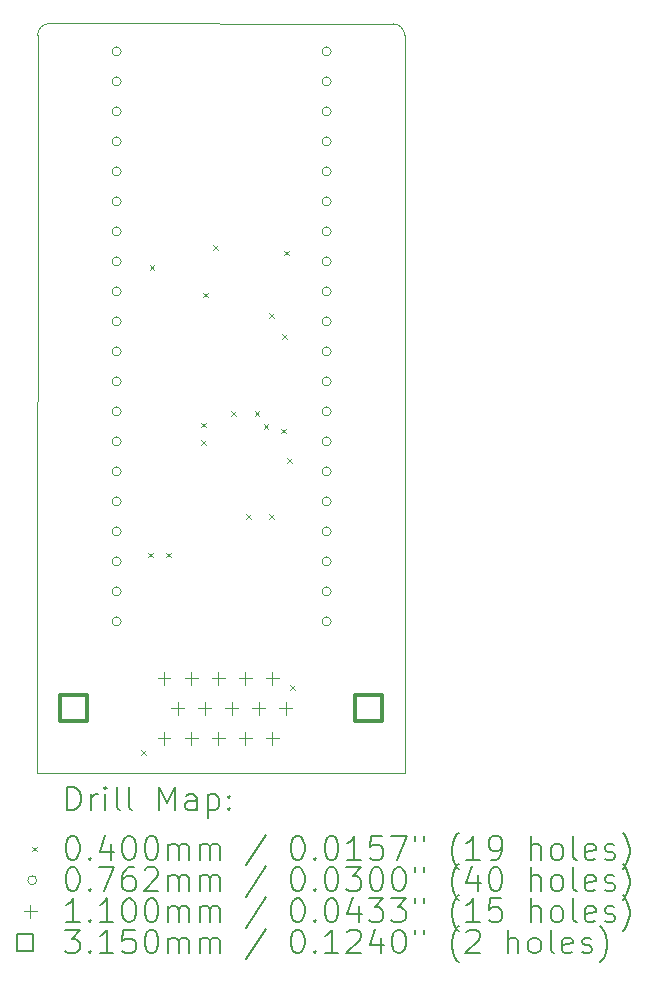
<source format=gbr>
%FSLAX45Y45*%
G04 Gerber Fmt 4.5, Leading zero omitted, Abs format (unit mm)*
G04 Created by KiCad (PCBNEW (5.99.0-8075-g8416c1fc37)) date 2021-06-30 13:11:51*
%MOMM*%
%LPD*%
G01*
G04 APERTURE LIST*
%TA.AperFunction,Profile*%
%ADD10C,0.100000*%
%TD*%
%ADD11C,0.200000*%
%ADD12C,0.040000*%
%ADD13C,0.076200*%
%ADD14C,0.110000*%
%ADD15C,0.315000*%
G04 APERTURE END LIST*
D10*
X18350000Y-6052319D02*
G75*
G02*
X18450000Y-6150000I-21J-100049D01*
G01*
X15340000Y-12395000D02*
X15342340Y-6150000D01*
X15442340Y-6050000D02*
X18350000Y-6052319D01*
X18450000Y-12395000D02*
X18450000Y-6150000D01*
X15342340Y-6150000D02*
G75*
G02*
X15442340Y-6050000I99956J44D01*
G01*
X15340000Y-12395000D02*
X18450000Y-12395000D01*
D11*
D12*
X16220000Y-12200000D02*
X16260000Y-12240000D01*
X16260000Y-12200000D02*
X16220000Y-12240000D01*
X16280000Y-10530000D02*
X16320000Y-10570000D01*
X16320000Y-10530000D02*
X16280000Y-10570000D01*
X16291946Y-8097852D02*
X16331946Y-8137852D01*
X16331946Y-8097852D02*
X16291946Y-8137852D01*
X16430000Y-10530000D02*
X16470000Y-10570000D01*
X16470000Y-10530000D02*
X16430000Y-10570000D01*
X16730000Y-9430000D02*
X16770000Y-9470000D01*
X16770000Y-9430000D02*
X16730000Y-9470000D01*
X16730000Y-9580000D02*
X16770000Y-9620000D01*
X16770000Y-9580000D02*
X16730000Y-9620000D01*
X16741000Y-8330000D02*
X16781000Y-8370000D01*
X16781000Y-8330000D02*
X16741000Y-8370000D01*
X16830000Y-7925000D02*
X16870000Y-7965000D01*
X16870000Y-7925000D02*
X16830000Y-7965000D01*
X16980000Y-9330000D02*
X17020000Y-9370000D01*
X17020000Y-9330000D02*
X16980000Y-9370000D01*
X17105000Y-10205000D02*
X17145000Y-10245000D01*
X17145000Y-10205000D02*
X17105000Y-10245000D01*
X17180000Y-9330000D02*
X17220000Y-9370000D01*
X17220000Y-9330000D02*
X17180000Y-9370000D01*
X17255000Y-9445000D02*
X17295000Y-9485000D01*
X17295000Y-9445000D02*
X17255000Y-9485000D01*
X17299712Y-8501115D02*
X17339712Y-8541115D01*
X17339712Y-8501115D02*
X17299712Y-8541115D01*
X17305000Y-10205000D02*
X17345000Y-10245000D01*
X17345000Y-10205000D02*
X17305000Y-10245000D01*
X17405000Y-9480000D02*
X17445000Y-9520000D01*
X17445000Y-9480000D02*
X17405000Y-9520000D01*
X17412498Y-8680000D02*
X17452498Y-8720000D01*
X17452498Y-8680000D02*
X17412498Y-8720000D01*
X17430000Y-7972500D02*
X17470000Y-8012500D01*
X17470000Y-7972500D02*
X17430000Y-8012500D01*
X17455000Y-9730000D02*
X17495000Y-9770000D01*
X17495000Y-9730000D02*
X17455000Y-9770000D01*
X17480000Y-11650000D02*
X17520000Y-11690000D01*
X17520000Y-11650000D02*
X17480000Y-11690000D01*
D13*
X16049100Y-6287000D02*
G75*
G03*
X16049100Y-6287000I-38100J0D01*
G01*
X16049100Y-6541000D02*
G75*
G03*
X16049100Y-6541000I-38100J0D01*
G01*
X16049100Y-6795000D02*
G75*
G03*
X16049100Y-6795000I-38100J0D01*
G01*
X16049100Y-7049000D02*
G75*
G03*
X16049100Y-7049000I-38100J0D01*
G01*
X16049100Y-7303000D02*
G75*
G03*
X16049100Y-7303000I-38100J0D01*
G01*
X16049100Y-7557000D02*
G75*
G03*
X16049100Y-7557000I-38100J0D01*
G01*
X16049100Y-7811000D02*
G75*
G03*
X16049100Y-7811000I-38100J0D01*
G01*
X16049100Y-8065000D02*
G75*
G03*
X16049100Y-8065000I-38100J0D01*
G01*
X16049100Y-8319000D02*
G75*
G03*
X16049100Y-8319000I-38100J0D01*
G01*
X16049100Y-8573000D02*
G75*
G03*
X16049100Y-8573000I-38100J0D01*
G01*
X16049100Y-8827000D02*
G75*
G03*
X16049100Y-8827000I-38100J0D01*
G01*
X16049100Y-9081000D02*
G75*
G03*
X16049100Y-9081000I-38100J0D01*
G01*
X16049100Y-9335000D02*
G75*
G03*
X16049100Y-9335000I-38100J0D01*
G01*
X16049100Y-9589000D02*
G75*
G03*
X16049100Y-9589000I-38100J0D01*
G01*
X16049100Y-9843000D02*
G75*
G03*
X16049100Y-9843000I-38100J0D01*
G01*
X16049100Y-10097000D02*
G75*
G03*
X16049100Y-10097000I-38100J0D01*
G01*
X16049100Y-10351000D02*
G75*
G03*
X16049100Y-10351000I-38100J0D01*
G01*
X16049100Y-10605000D02*
G75*
G03*
X16049100Y-10605000I-38100J0D01*
G01*
X16049100Y-10859000D02*
G75*
G03*
X16049100Y-10859000I-38100J0D01*
G01*
X16049100Y-11113000D02*
G75*
G03*
X16049100Y-11113000I-38100J0D01*
G01*
X17827100Y-6287000D02*
G75*
G03*
X17827100Y-6287000I-38100J0D01*
G01*
X17827100Y-6541000D02*
G75*
G03*
X17827100Y-6541000I-38100J0D01*
G01*
X17827100Y-6795000D02*
G75*
G03*
X17827100Y-6795000I-38100J0D01*
G01*
X17827100Y-7049000D02*
G75*
G03*
X17827100Y-7049000I-38100J0D01*
G01*
X17827100Y-7303000D02*
G75*
G03*
X17827100Y-7303000I-38100J0D01*
G01*
X17827100Y-7557000D02*
G75*
G03*
X17827100Y-7557000I-38100J0D01*
G01*
X17827100Y-7811000D02*
G75*
G03*
X17827100Y-7811000I-38100J0D01*
G01*
X17827100Y-8065000D02*
G75*
G03*
X17827100Y-8065000I-38100J0D01*
G01*
X17827100Y-8319000D02*
G75*
G03*
X17827100Y-8319000I-38100J0D01*
G01*
X17827100Y-8573000D02*
G75*
G03*
X17827100Y-8573000I-38100J0D01*
G01*
X17827100Y-8827000D02*
G75*
G03*
X17827100Y-8827000I-38100J0D01*
G01*
X17827100Y-9081000D02*
G75*
G03*
X17827100Y-9081000I-38100J0D01*
G01*
X17827100Y-9335000D02*
G75*
G03*
X17827100Y-9335000I-38100J0D01*
G01*
X17827100Y-9589000D02*
G75*
G03*
X17827100Y-9589000I-38100J0D01*
G01*
X17827100Y-9843000D02*
G75*
G03*
X17827100Y-9843000I-38100J0D01*
G01*
X17827100Y-10097000D02*
G75*
G03*
X17827100Y-10097000I-38100J0D01*
G01*
X17827100Y-10351000D02*
G75*
G03*
X17827100Y-10351000I-38100J0D01*
G01*
X17827100Y-10605000D02*
G75*
G03*
X17827100Y-10605000I-38100J0D01*
G01*
X17827100Y-10859000D02*
G75*
G03*
X17827100Y-10859000I-38100J0D01*
G01*
X17827100Y-11113000D02*
G75*
G03*
X17827100Y-11113000I-38100J0D01*
G01*
D14*
X16412500Y-11538000D02*
X16412500Y-11648000D01*
X16357500Y-11593000D02*
X16467500Y-11593000D01*
X16412500Y-12046000D02*
X16412500Y-12156000D01*
X16357500Y-12101000D02*
X16467500Y-12101000D01*
X16527000Y-11792000D02*
X16527000Y-11902000D01*
X16472000Y-11847000D02*
X16582000Y-11847000D01*
X16641500Y-11538000D02*
X16641500Y-11648000D01*
X16586500Y-11593000D02*
X16696500Y-11593000D01*
X16641500Y-12046000D02*
X16641500Y-12156000D01*
X16586500Y-12101000D02*
X16696500Y-12101000D01*
X16756100Y-11792000D02*
X16756100Y-11902000D01*
X16701100Y-11847000D02*
X16811100Y-11847000D01*
X16870500Y-11538000D02*
X16870500Y-11648000D01*
X16815500Y-11593000D02*
X16925500Y-11593000D01*
X16870500Y-12046000D02*
X16870500Y-12156000D01*
X16815500Y-12101000D02*
X16925500Y-12101000D01*
X16985000Y-11792000D02*
X16985000Y-11902000D01*
X16930000Y-11847000D02*
X17040000Y-11847000D01*
X17099500Y-11538000D02*
X17099500Y-11648000D01*
X17044500Y-11593000D02*
X17154500Y-11593000D01*
X17099500Y-12046000D02*
X17099500Y-12156000D01*
X17044500Y-12101000D02*
X17154500Y-12101000D01*
X17214000Y-11792000D02*
X17214000Y-11902000D01*
X17159000Y-11847000D02*
X17269000Y-11847000D01*
X17328500Y-11538000D02*
X17328500Y-11648000D01*
X17273500Y-11593000D02*
X17383500Y-11593000D01*
X17328500Y-12046000D02*
X17328500Y-12156000D01*
X17273500Y-12101000D02*
X17383500Y-12101000D01*
X17443100Y-11792000D02*
X17443100Y-11902000D01*
X17388100Y-11847000D02*
X17498100Y-11847000D01*
D15*
X15757370Y-11958370D02*
X15757370Y-11735630D01*
X15534630Y-11735630D01*
X15534630Y-11958370D01*
X15757370Y-11958370D01*
X18256370Y-11958370D02*
X18256370Y-11735630D01*
X18033630Y-11735630D01*
X18033630Y-11958370D01*
X18256370Y-11958370D01*
D11*
X15592619Y-12710476D02*
X15592619Y-12510476D01*
X15640238Y-12510476D01*
X15668809Y-12520000D01*
X15687857Y-12539048D01*
X15697381Y-12558095D01*
X15706905Y-12596190D01*
X15706905Y-12624762D01*
X15697381Y-12662857D01*
X15687857Y-12681905D01*
X15668809Y-12700952D01*
X15640238Y-12710476D01*
X15592619Y-12710476D01*
X15792619Y-12710476D02*
X15792619Y-12577143D01*
X15792619Y-12615238D02*
X15802143Y-12596190D01*
X15811667Y-12586667D01*
X15830714Y-12577143D01*
X15849762Y-12577143D01*
X15916428Y-12710476D02*
X15916428Y-12577143D01*
X15916428Y-12510476D02*
X15906905Y-12520000D01*
X15916428Y-12529524D01*
X15925952Y-12520000D01*
X15916428Y-12510476D01*
X15916428Y-12529524D01*
X16040238Y-12710476D02*
X16021190Y-12700952D01*
X16011667Y-12681905D01*
X16011667Y-12510476D01*
X16145000Y-12710476D02*
X16125952Y-12700952D01*
X16116428Y-12681905D01*
X16116428Y-12510476D01*
X16373571Y-12710476D02*
X16373571Y-12510476D01*
X16440238Y-12653333D01*
X16506905Y-12510476D01*
X16506905Y-12710476D01*
X16687857Y-12710476D02*
X16687857Y-12605714D01*
X16678333Y-12586667D01*
X16659286Y-12577143D01*
X16621190Y-12577143D01*
X16602143Y-12586667D01*
X16687857Y-12700952D02*
X16668809Y-12710476D01*
X16621190Y-12710476D01*
X16602143Y-12700952D01*
X16592619Y-12681905D01*
X16592619Y-12662857D01*
X16602143Y-12643809D01*
X16621190Y-12634286D01*
X16668809Y-12634286D01*
X16687857Y-12624762D01*
X16783095Y-12577143D02*
X16783095Y-12777143D01*
X16783095Y-12586667D02*
X16802143Y-12577143D01*
X16840238Y-12577143D01*
X16859286Y-12586667D01*
X16868810Y-12596190D01*
X16878333Y-12615238D01*
X16878333Y-12672381D01*
X16868810Y-12691428D01*
X16859286Y-12700952D01*
X16840238Y-12710476D01*
X16802143Y-12710476D01*
X16783095Y-12700952D01*
X16964048Y-12691428D02*
X16973571Y-12700952D01*
X16964048Y-12710476D01*
X16954524Y-12700952D01*
X16964048Y-12691428D01*
X16964048Y-12710476D01*
X16964048Y-12586667D02*
X16973571Y-12596190D01*
X16964048Y-12605714D01*
X16954524Y-12596190D01*
X16964048Y-12586667D01*
X16964048Y-12605714D01*
D12*
X15295000Y-13020000D02*
X15335000Y-13060000D01*
X15335000Y-13020000D02*
X15295000Y-13060000D01*
D11*
X15630714Y-12930476D02*
X15649762Y-12930476D01*
X15668809Y-12940000D01*
X15678333Y-12949524D01*
X15687857Y-12968571D01*
X15697381Y-13006667D01*
X15697381Y-13054286D01*
X15687857Y-13092381D01*
X15678333Y-13111428D01*
X15668809Y-13120952D01*
X15649762Y-13130476D01*
X15630714Y-13130476D01*
X15611667Y-13120952D01*
X15602143Y-13111428D01*
X15592619Y-13092381D01*
X15583095Y-13054286D01*
X15583095Y-13006667D01*
X15592619Y-12968571D01*
X15602143Y-12949524D01*
X15611667Y-12940000D01*
X15630714Y-12930476D01*
X15783095Y-13111428D02*
X15792619Y-13120952D01*
X15783095Y-13130476D01*
X15773571Y-13120952D01*
X15783095Y-13111428D01*
X15783095Y-13130476D01*
X15964048Y-12997143D02*
X15964048Y-13130476D01*
X15916428Y-12920952D02*
X15868809Y-13063809D01*
X15992619Y-13063809D01*
X16106905Y-12930476D02*
X16125952Y-12930476D01*
X16145000Y-12940000D01*
X16154524Y-12949524D01*
X16164048Y-12968571D01*
X16173571Y-13006667D01*
X16173571Y-13054286D01*
X16164048Y-13092381D01*
X16154524Y-13111428D01*
X16145000Y-13120952D01*
X16125952Y-13130476D01*
X16106905Y-13130476D01*
X16087857Y-13120952D01*
X16078333Y-13111428D01*
X16068809Y-13092381D01*
X16059286Y-13054286D01*
X16059286Y-13006667D01*
X16068809Y-12968571D01*
X16078333Y-12949524D01*
X16087857Y-12940000D01*
X16106905Y-12930476D01*
X16297381Y-12930476D02*
X16316428Y-12930476D01*
X16335476Y-12940000D01*
X16345000Y-12949524D01*
X16354524Y-12968571D01*
X16364048Y-13006667D01*
X16364048Y-13054286D01*
X16354524Y-13092381D01*
X16345000Y-13111428D01*
X16335476Y-13120952D01*
X16316428Y-13130476D01*
X16297381Y-13130476D01*
X16278333Y-13120952D01*
X16268809Y-13111428D01*
X16259286Y-13092381D01*
X16249762Y-13054286D01*
X16249762Y-13006667D01*
X16259286Y-12968571D01*
X16268809Y-12949524D01*
X16278333Y-12940000D01*
X16297381Y-12930476D01*
X16449762Y-13130476D02*
X16449762Y-12997143D01*
X16449762Y-13016190D02*
X16459286Y-13006667D01*
X16478333Y-12997143D01*
X16506905Y-12997143D01*
X16525952Y-13006667D01*
X16535476Y-13025714D01*
X16535476Y-13130476D01*
X16535476Y-13025714D02*
X16545000Y-13006667D01*
X16564048Y-12997143D01*
X16592619Y-12997143D01*
X16611667Y-13006667D01*
X16621190Y-13025714D01*
X16621190Y-13130476D01*
X16716428Y-13130476D02*
X16716428Y-12997143D01*
X16716428Y-13016190D02*
X16725952Y-13006667D01*
X16745000Y-12997143D01*
X16773571Y-12997143D01*
X16792619Y-13006667D01*
X16802143Y-13025714D01*
X16802143Y-13130476D01*
X16802143Y-13025714D02*
X16811667Y-13006667D01*
X16830714Y-12997143D01*
X16859286Y-12997143D01*
X16878333Y-13006667D01*
X16887857Y-13025714D01*
X16887857Y-13130476D01*
X17278333Y-12920952D02*
X17106905Y-13178095D01*
X17535476Y-12930476D02*
X17554524Y-12930476D01*
X17573571Y-12940000D01*
X17583095Y-12949524D01*
X17592619Y-12968571D01*
X17602143Y-13006667D01*
X17602143Y-13054286D01*
X17592619Y-13092381D01*
X17583095Y-13111428D01*
X17573571Y-13120952D01*
X17554524Y-13130476D01*
X17535476Y-13130476D01*
X17516429Y-13120952D01*
X17506905Y-13111428D01*
X17497381Y-13092381D01*
X17487857Y-13054286D01*
X17487857Y-13006667D01*
X17497381Y-12968571D01*
X17506905Y-12949524D01*
X17516429Y-12940000D01*
X17535476Y-12930476D01*
X17687857Y-13111428D02*
X17697381Y-13120952D01*
X17687857Y-13130476D01*
X17678333Y-13120952D01*
X17687857Y-13111428D01*
X17687857Y-13130476D01*
X17821190Y-12930476D02*
X17840238Y-12930476D01*
X17859286Y-12940000D01*
X17868810Y-12949524D01*
X17878333Y-12968571D01*
X17887857Y-13006667D01*
X17887857Y-13054286D01*
X17878333Y-13092381D01*
X17868810Y-13111428D01*
X17859286Y-13120952D01*
X17840238Y-13130476D01*
X17821190Y-13130476D01*
X17802143Y-13120952D01*
X17792619Y-13111428D01*
X17783095Y-13092381D01*
X17773571Y-13054286D01*
X17773571Y-13006667D01*
X17783095Y-12968571D01*
X17792619Y-12949524D01*
X17802143Y-12940000D01*
X17821190Y-12930476D01*
X18078333Y-13130476D02*
X17964048Y-13130476D01*
X18021190Y-13130476D02*
X18021190Y-12930476D01*
X18002143Y-12959048D01*
X17983095Y-12978095D01*
X17964048Y-12987619D01*
X18259286Y-12930476D02*
X18164048Y-12930476D01*
X18154524Y-13025714D01*
X18164048Y-13016190D01*
X18183095Y-13006667D01*
X18230714Y-13006667D01*
X18249762Y-13016190D01*
X18259286Y-13025714D01*
X18268810Y-13044762D01*
X18268810Y-13092381D01*
X18259286Y-13111428D01*
X18249762Y-13120952D01*
X18230714Y-13130476D01*
X18183095Y-13130476D01*
X18164048Y-13120952D01*
X18154524Y-13111428D01*
X18335476Y-12930476D02*
X18468810Y-12930476D01*
X18383095Y-13130476D01*
X18535476Y-12930476D02*
X18535476Y-12968571D01*
X18611667Y-12930476D02*
X18611667Y-12968571D01*
X18906905Y-13206667D02*
X18897381Y-13197143D01*
X18878333Y-13168571D01*
X18868810Y-13149524D01*
X18859286Y-13120952D01*
X18849762Y-13073333D01*
X18849762Y-13035238D01*
X18859286Y-12987619D01*
X18868810Y-12959048D01*
X18878333Y-12940000D01*
X18897381Y-12911428D01*
X18906905Y-12901905D01*
X19087857Y-13130476D02*
X18973571Y-13130476D01*
X19030714Y-13130476D02*
X19030714Y-12930476D01*
X19011667Y-12959048D01*
X18992619Y-12978095D01*
X18973571Y-12987619D01*
X19183095Y-13130476D02*
X19221190Y-13130476D01*
X19240238Y-13120952D01*
X19249762Y-13111428D01*
X19268810Y-13082857D01*
X19278333Y-13044762D01*
X19278333Y-12968571D01*
X19268810Y-12949524D01*
X19259286Y-12940000D01*
X19240238Y-12930476D01*
X19202143Y-12930476D01*
X19183095Y-12940000D01*
X19173571Y-12949524D01*
X19164048Y-12968571D01*
X19164048Y-13016190D01*
X19173571Y-13035238D01*
X19183095Y-13044762D01*
X19202143Y-13054286D01*
X19240238Y-13054286D01*
X19259286Y-13044762D01*
X19268810Y-13035238D01*
X19278333Y-13016190D01*
X19516429Y-13130476D02*
X19516429Y-12930476D01*
X19602143Y-13130476D02*
X19602143Y-13025714D01*
X19592619Y-13006667D01*
X19573571Y-12997143D01*
X19545000Y-12997143D01*
X19525952Y-13006667D01*
X19516429Y-13016190D01*
X19725952Y-13130476D02*
X19706905Y-13120952D01*
X19697381Y-13111428D01*
X19687857Y-13092381D01*
X19687857Y-13035238D01*
X19697381Y-13016190D01*
X19706905Y-13006667D01*
X19725952Y-12997143D01*
X19754524Y-12997143D01*
X19773571Y-13006667D01*
X19783095Y-13016190D01*
X19792619Y-13035238D01*
X19792619Y-13092381D01*
X19783095Y-13111428D01*
X19773571Y-13120952D01*
X19754524Y-13130476D01*
X19725952Y-13130476D01*
X19906905Y-13130476D02*
X19887857Y-13120952D01*
X19878333Y-13101905D01*
X19878333Y-12930476D01*
X20059286Y-13120952D02*
X20040238Y-13130476D01*
X20002143Y-13130476D01*
X19983095Y-13120952D01*
X19973571Y-13101905D01*
X19973571Y-13025714D01*
X19983095Y-13006667D01*
X20002143Y-12997143D01*
X20040238Y-12997143D01*
X20059286Y-13006667D01*
X20068810Y-13025714D01*
X20068810Y-13044762D01*
X19973571Y-13063809D01*
X20145000Y-13120952D02*
X20164048Y-13130476D01*
X20202143Y-13130476D01*
X20221190Y-13120952D01*
X20230714Y-13101905D01*
X20230714Y-13092381D01*
X20221190Y-13073333D01*
X20202143Y-13063809D01*
X20173571Y-13063809D01*
X20154524Y-13054286D01*
X20145000Y-13035238D01*
X20145000Y-13025714D01*
X20154524Y-13006667D01*
X20173571Y-12997143D01*
X20202143Y-12997143D01*
X20221190Y-13006667D01*
X20297381Y-13206667D02*
X20306905Y-13197143D01*
X20325952Y-13168571D01*
X20335476Y-13149524D01*
X20345000Y-13120952D01*
X20354524Y-13073333D01*
X20354524Y-13035238D01*
X20345000Y-12987619D01*
X20335476Y-12959048D01*
X20325952Y-12940000D01*
X20306905Y-12911428D01*
X20297381Y-12901905D01*
D13*
X15335000Y-13304000D02*
G75*
G03*
X15335000Y-13304000I-38100J0D01*
G01*
D11*
X15630714Y-13194476D02*
X15649762Y-13194476D01*
X15668809Y-13204000D01*
X15678333Y-13213524D01*
X15687857Y-13232571D01*
X15697381Y-13270667D01*
X15697381Y-13318286D01*
X15687857Y-13356381D01*
X15678333Y-13375428D01*
X15668809Y-13384952D01*
X15649762Y-13394476D01*
X15630714Y-13394476D01*
X15611667Y-13384952D01*
X15602143Y-13375428D01*
X15592619Y-13356381D01*
X15583095Y-13318286D01*
X15583095Y-13270667D01*
X15592619Y-13232571D01*
X15602143Y-13213524D01*
X15611667Y-13204000D01*
X15630714Y-13194476D01*
X15783095Y-13375428D02*
X15792619Y-13384952D01*
X15783095Y-13394476D01*
X15773571Y-13384952D01*
X15783095Y-13375428D01*
X15783095Y-13394476D01*
X15859286Y-13194476D02*
X15992619Y-13194476D01*
X15906905Y-13394476D01*
X16154524Y-13194476D02*
X16116428Y-13194476D01*
X16097381Y-13204000D01*
X16087857Y-13213524D01*
X16068809Y-13242095D01*
X16059286Y-13280190D01*
X16059286Y-13356381D01*
X16068809Y-13375428D01*
X16078333Y-13384952D01*
X16097381Y-13394476D01*
X16135476Y-13394476D01*
X16154524Y-13384952D01*
X16164048Y-13375428D01*
X16173571Y-13356381D01*
X16173571Y-13308762D01*
X16164048Y-13289714D01*
X16154524Y-13280190D01*
X16135476Y-13270667D01*
X16097381Y-13270667D01*
X16078333Y-13280190D01*
X16068809Y-13289714D01*
X16059286Y-13308762D01*
X16249762Y-13213524D02*
X16259286Y-13204000D01*
X16278333Y-13194476D01*
X16325952Y-13194476D01*
X16345000Y-13204000D01*
X16354524Y-13213524D01*
X16364048Y-13232571D01*
X16364048Y-13251619D01*
X16354524Y-13280190D01*
X16240238Y-13394476D01*
X16364048Y-13394476D01*
X16449762Y-13394476D02*
X16449762Y-13261143D01*
X16449762Y-13280190D02*
X16459286Y-13270667D01*
X16478333Y-13261143D01*
X16506905Y-13261143D01*
X16525952Y-13270667D01*
X16535476Y-13289714D01*
X16535476Y-13394476D01*
X16535476Y-13289714D02*
X16545000Y-13270667D01*
X16564048Y-13261143D01*
X16592619Y-13261143D01*
X16611667Y-13270667D01*
X16621190Y-13289714D01*
X16621190Y-13394476D01*
X16716428Y-13394476D02*
X16716428Y-13261143D01*
X16716428Y-13280190D02*
X16725952Y-13270667D01*
X16745000Y-13261143D01*
X16773571Y-13261143D01*
X16792619Y-13270667D01*
X16802143Y-13289714D01*
X16802143Y-13394476D01*
X16802143Y-13289714D02*
X16811667Y-13270667D01*
X16830714Y-13261143D01*
X16859286Y-13261143D01*
X16878333Y-13270667D01*
X16887857Y-13289714D01*
X16887857Y-13394476D01*
X17278333Y-13184952D02*
X17106905Y-13442095D01*
X17535476Y-13194476D02*
X17554524Y-13194476D01*
X17573571Y-13204000D01*
X17583095Y-13213524D01*
X17592619Y-13232571D01*
X17602143Y-13270667D01*
X17602143Y-13318286D01*
X17592619Y-13356381D01*
X17583095Y-13375428D01*
X17573571Y-13384952D01*
X17554524Y-13394476D01*
X17535476Y-13394476D01*
X17516429Y-13384952D01*
X17506905Y-13375428D01*
X17497381Y-13356381D01*
X17487857Y-13318286D01*
X17487857Y-13270667D01*
X17497381Y-13232571D01*
X17506905Y-13213524D01*
X17516429Y-13204000D01*
X17535476Y-13194476D01*
X17687857Y-13375428D02*
X17697381Y-13384952D01*
X17687857Y-13394476D01*
X17678333Y-13384952D01*
X17687857Y-13375428D01*
X17687857Y-13394476D01*
X17821190Y-13194476D02*
X17840238Y-13194476D01*
X17859286Y-13204000D01*
X17868810Y-13213524D01*
X17878333Y-13232571D01*
X17887857Y-13270667D01*
X17887857Y-13318286D01*
X17878333Y-13356381D01*
X17868810Y-13375428D01*
X17859286Y-13384952D01*
X17840238Y-13394476D01*
X17821190Y-13394476D01*
X17802143Y-13384952D01*
X17792619Y-13375428D01*
X17783095Y-13356381D01*
X17773571Y-13318286D01*
X17773571Y-13270667D01*
X17783095Y-13232571D01*
X17792619Y-13213524D01*
X17802143Y-13204000D01*
X17821190Y-13194476D01*
X17954524Y-13194476D02*
X18078333Y-13194476D01*
X18011667Y-13270667D01*
X18040238Y-13270667D01*
X18059286Y-13280190D01*
X18068810Y-13289714D01*
X18078333Y-13308762D01*
X18078333Y-13356381D01*
X18068810Y-13375428D01*
X18059286Y-13384952D01*
X18040238Y-13394476D01*
X17983095Y-13394476D01*
X17964048Y-13384952D01*
X17954524Y-13375428D01*
X18202143Y-13194476D02*
X18221190Y-13194476D01*
X18240238Y-13204000D01*
X18249762Y-13213524D01*
X18259286Y-13232571D01*
X18268810Y-13270667D01*
X18268810Y-13318286D01*
X18259286Y-13356381D01*
X18249762Y-13375428D01*
X18240238Y-13384952D01*
X18221190Y-13394476D01*
X18202143Y-13394476D01*
X18183095Y-13384952D01*
X18173571Y-13375428D01*
X18164048Y-13356381D01*
X18154524Y-13318286D01*
X18154524Y-13270667D01*
X18164048Y-13232571D01*
X18173571Y-13213524D01*
X18183095Y-13204000D01*
X18202143Y-13194476D01*
X18392619Y-13194476D02*
X18411667Y-13194476D01*
X18430714Y-13204000D01*
X18440238Y-13213524D01*
X18449762Y-13232571D01*
X18459286Y-13270667D01*
X18459286Y-13318286D01*
X18449762Y-13356381D01*
X18440238Y-13375428D01*
X18430714Y-13384952D01*
X18411667Y-13394476D01*
X18392619Y-13394476D01*
X18373571Y-13384952D01*
X18364048Y-13375428D01*
X18354524Y-13356381D01*
X18345000Y-13318286D01*
X18345000Y-13270667D01*
X18354524Y-13232571D01*
X18364048Y-13213524D01*
X18373571Y-13204000D01*
X18392619Y-13194476D01*
X18535476Y-13194476D02*
X18535476Y-13232571D01*
X18611667Y-13194476D02*
X18611667Y-13232571D01*
X18906905Y-13470667D02*
X18897381Y-13461143D01*
X18878333Y-13432571D01*
X18868810Y-13413524D01*
X18859286Y-13384952D01*
X18849762Y-13337333D01*
X18849762Y-13299238D01*
X18859286Y-13251619D01*
X18868810Y-13223048D01*
X18878333Y-13204000D01*
X18897381Y-13175428D01*
X18906905Y-13165905D01*
X19068810Y-13261143D02*
X19068810Y-13394476D01*
X19021190Y-13184952D02*
X18973571Y-13327809D01*
X19097381Y-13327809D01*
X19211667Y-13194476D02*
X19230714Y-13194476D01*
X19249762Y-13204000D01*
X19259286Y-13213524D01*
X19268810Y-13232571D01*
X19278333Y-13270667D01*
X19278333Y-13318286D01*
X19268810Y-13356381D01*
X19259286Y-13375428D01*
X19249762Y-13384952D01*
X19230714Y-13394476D01*
X19211667Y-13394476D01*
X19192619Y-13384952D01*
X19183095Y-13375428D01*
X19173571Y-13356381D01*
X19164048Y-13318286D01*
X19164048Y-13270667D01*
X19173571Y-13232571D01*
X19183095Y-13213524D01*
X19192619Y-13204000D01*
X19211667Y-13194476D01*
X19516429Y-13394476D02*
X19516429Y-13194476D01*
X19602143Y-13394476D02*
X19602143Y-13289714D01*
X19592619Y-13270667D01*
X19573571Y-13261143D01*
X19545000Y-13261143D01*
X19525952Y-13270667D01*
X19516429Y-13280190D01*
X19725952Y-13394476D02*
X19706905Y-13384952D01*
X19697381Y-13375428D01*
X19687857Y-13356381D01*
X19687857Y-13299238D01*
X19697381Y-13280190D01*
X19706905Y-13270667D01*
X19725952Y-13261143D01*
X19754524Y-13261143D01*
X19773571Y-13270667D01*
X19783095Y-13280190D01*
X19792619Y-13299238D01*
X19792619Y-13356381D01*
X19783095Y-13375428D01*
X19773571Y-13384952D01*
X19754524Y-13394476D01*
X19725952Y-13394476D01*
X19906905Y-13394476D02*
X19887857Y-13384952D01*
X19878333Y-13365905D01*
X19878333Y-13194476D01*
X20059286Y-13384952D02*
X20040238Y-13394476D01*
X20002143Y-13394476D01*
X19983095Y-13384952D01*
X19973571Y-13365905D01*
X19973571Y-13289714D01*
X19983095Y-13270667D01*
X20002143Y-13261143D01*
X20040238Y-13261143D01*
X20059286Y-13270667D01*
X20068810Y-13289714D01*
X20068810Y-13308762D01*
X19973571Y-13327809D01*
X20145000Y-13384952D02*
X20164048Y-13394476D01*
X20202143Y-13394476D01*
X20221190Y-13384952D01*
X20230714Y-13365905D01*
X20230714Y-13356381D01*
X20221190Y-13337333D01*
X20202143Y-13327809D01*
X20173571Y-13327809D01*
X20154524Y-13318286D01*
X20145000Y-13299238D01*
X20145000Y-13289714D01*
X20154524Y-13270667D01*
X20173571Y-13261143D01*
X20202143Y-13261143D01*
X20221190Y-13270667D01*
X20297381Y-13470667D02*
X20306905Y-13461143D01*
X20325952Y-13432571D01*
X20335476Y-13413524D01*
X20345000Y-13384952D01*
X20354524Y-13337333D01*
X20354524Y-13299238D01*
X20345000Y-13251619D01*
X20335476Y-13223048D01*
X20325952Y-13204000D01*
X20306905Y-13175428D01*
X20297381Y-13165905D01*
D14*
X15280000Y-13513000D02*
X15280000Y-13623000D01*
X15225000Y-13568000D02*
X15335000Y-13568000D01*
D11*
X15697381Y-13658476D02*
X15583095Y-13658476D01*
X15640238Y-13658476D02*
X15640238Y-13458476D01*
X15621190Y-13487048D01*
X15602143Y-13506095D01*
X15583095Y-13515619D01*
X15783095Y-13639428D02*
X15792619Y-13648952D01*
X15783095Y-13658476D01*
X15773571Y-13648952D01*
X15783095Y-13639428D01*
X15783095Y-13658476D01*
X15983095Y-13658476D02*
X15868809Y-13658476D01*
X15925952Y-13658476D02*
X15925952Y-13458476D01*
X15906905Y-13487048D01*
X15887857Y-13506095D01*
X15868809Y-13515619D01*
X16106905Y-13458476D02*
X16125952Y-13458476D01*
X16145000Y-13468000D01*
X16154524Y-13477524D01*
X16164048Y-13496571D01*
X16173571Y-13534667D01*
X16173571Y-13582286D01*
X16164048Y-13620381D01*
X16154524Y-13639428D01*
X16145000Y-13648952D01*
X16125952Y-13658476D01*
X16106905Y-13658476D01*
X16087857Y-13648952D01*
X16078333Y-13639428D01*
X16068809Y-13620381D01*
X16059286Y-13582286D01*
X16059286Y-13534667D01*
X16068809Y-13496571D01*
X16078333Y-13477524D01*
X16087857Y-13468000D01*
X16106905Y-13458476D01*
X16297381Y-13458476D02*
X16316428Y-13458476D01*
X16335476Y-13468000D01*
X16345000Y-13477524D01*
X16354524Y-13496571D01*
X16364048Y-13534667D01*
X16364048Y-13582286D01*
X16354524Y-13620381D01*
X16345000Y-13639428D01*
X16335476Y-13648952D01*
X16316428Y-13658476D01*
X16297381Y-13658476D01*
X16278333Y-13648952D01*
X16268809Y-13639428D01*
X16259286Y-13620381D01*
X16249762Y-13582286D01*
X16249762Y-13534667D01*
X16259286Y-13496571D01*
X16268809Y-13477524D01*
X16278333Y-13468000D01*
X16297381Y-13458476D01*
X16449762Y-13658476D02*
X16449762Y-13525143D01*
X16449762Y-13544190D02*
X16459286Y-13534667D01*
X16478333Y-13525143D01*
X16506905Y-13525143D01*
X16525952Y-13534667D01*
X16535476Y-13553714D01*
X16535476Y-13658476D01*
X16535476Y-13553714D02*
X16545000Y-13534667D01*
X16564048Y-13525143D01*
X16592619Y-13525143D01*
X16611667Y-13534667D01*
X16621190Y-13553714D01*
X16621190Y-13658476D01*
X16716428Y-13658476D02*
X16716428Y-13525143D01*
X16716428Y-13544190D02*
X16725952Y-13534667D01*
X16745000Y-13525143D01*
X16773571Y-13525143D01*
X16792619Y-13534667D01*
X16802143Y-13553714D01*
X16802143Y-13658476D01*
X16802143Y-13553714D02*
X16811667Y-13534667D01*
X16830714Y-13525143D01*
X16859286Y-13525143D01*
X16878333Y-13534667D01*
X16887857Y-13553714D01*
X16887857Y-13658476D01*
X17278333Y-13448952D02*
X17106905Y-13706095D01*
X17535476Y-13458476D02*
X17554524Y-13458476D01*
X17573571Y-13468000D01*
X17583095Y-13477524D01*
X17592619Y-13496571D01*
X17602143Y-13534667D01*
X17602143Y-13582286D01*
X17592619Y-13620381D01*
X17583095Y-13639428D01*
X17573571Y-13648952D01*
X17554524Y-13658476D01*
X17535476Y-13658476D01*
X17516429Y-13648952D01*
X17506905Y-13639428D01*
X17497381Y-13620381D01*
X17487857Y-13582286D01*
X17487857Y-13534667D01*
X17497381Y-13496571D01*
X17506905Y-13477524D01*
X17516429Y-13468000D01*
X17535476Y-13458476D01*
X17687857Y-13639428D02*
X17697381Y-13648952D01*
X17687857Y-13658476D01*
X17678333Y-13648952D01*
X17687857Y-13639428D01*
X17687857Y-13658476D01*
X17821190Y-13458476D02*
X17840238Y-13458476D01*
X17859286Y-13468000D01*
X17868810Y-13477524D01*
X17878333Y-13496571D01*
X17887857Y-13534667D01*
X17887857Y-13582286D01*
X17878333Y-13620381D01*
X17868810Y-13639428D01*
X17859286Y-13648952D01*
X17840238Y-13658476D01*
X17821190Y-13658476D01*
X17802143Y-13648952D01*
X17792619Y-13639428D01*
X17783095Y-13620381D01*
X17773571Y-13582286D01*
X17773571Y-13534667D01*
X17783095Y-13496571D01*
X17792619Y-13477524D01*
X17802143Y-13468000D01*
X17821190Y-13458476D01*
X18059286Y-13525143D02*
X18059286Y-13658476D01*
X18011667Y-13448952D02*
X17964048Y-13591809D01*
X18087857Y-13591809D01*
X18145000Y-13458476D02*
X18268810Y-13458476D01*
X18202143Y-13534667D01*
X18230714Y-13534667D01*
X18249762Y-13544190D01*
X18259286Y-13553714D01*
X18268810Y-13572762D01*
X18268810Y-13620381D01*
X18259286Y-13639428D01*
X18249762Y-13648952D01*
X18230714Y-13658476D01*
X18173571Y-13658476D01*
X18154524Y-13648952D01*
X18145000Y-13639428D01*
X18335476Y-13458476D02*
X18459286Y-13458476D01*
X18392619Y-13534667D01*
X18421190Y-13534667D01*
X18440238Y-13544190D01*
X18449762Y-13553714D01*
X18459286Y-13572762D01*
X18459286Y-13620381D01*
X18449762Y-13639428D01*
X18440238Y-13648952D01*
X18421190Y-13658476D01*
X18364048Y-13658476D01*
X18345000Y-13648952D01*
X18335476Y-13639428D01*
X18535476Y-13458476D02*
X18535476Y-13496571D01*
X18611667Y-13458476D02*
X18611667Y-13496571D01*
X18906905Y-13734667D02*
X18897381Y-13725143D01*
X18878333Y-13696571D01*
X18868810Y-13677524D01*
X18859286Y-13648952D01*
X18849762Y-13601333D01*
X18849762Y-13563238D01*
X18859286Y-13515619D01*
X18868810Y-13487048D01*
X18878333Y-13468000D01*
X18897381Y-13439428D01*
X18906905Y-13429905D01*
X19087857Y-13658476D02*
X18973571Y-13658476D01*
X19030714Y-13658476D02*
X19030714Y-13458476D01*
X19011667Y-13487048D01*
X18992619Y-13506095D01*
X18973571Y-13515619D01*
X19268810Y-13458476D02*
X19173571Y-13458476D01*
X19164048Y-13553714D01*
X19173571Y-13544190D01*
X19192619Y-13534667D01*
X19240238Y-13534667D01*
X19259286Y-13544190D01*
X19268810Y-13553714D01*
X19278333Y-13572762D01*
X19278333Y-13620381D01*
X19268810Y-13639428D01*
X19259286Y-13648952D01*
X19240238Y-13658476D01*
X19192619Y-13658476D01*
X19173571Y-13648952D01*
X19164048Y-13639428D01*
X19516429Y-13658476D02*
X19516429Y-13458476D01*
X19602143Y-13658476D02*
X19602143Y-13553714D01*
X19592619Y-13534667D01*
X19573571Y-13525143D01*
X19545000Y-13525143D01*
X19525952Y-13534667D01*
X19516429Y-13544190D01*
X19725952Y-13658476D02*
X19706905Y-13648952D01*
X19697381Y-13639428D01*
X19687857Y-13620381D01*
X19687857Y-13563238D01*
X19697381Y-13544190D01*
X19706905Y-13534667D01*
X19725952Y-13525143D01*
X19754524Y-13525143D01*
X19773571Y-13534667D01*
X19783095Y-13544190D01*
X19792619Y-13563238D01*
X19792619Y-13620381D01*
X19783095Y-13639428D01*
X19773571Y-13648952D01*
X19754524Y-13658476D01*
X19725952Y-13658476D01*
X19906905Y-13658476D02*
X19887857Y-13648952D01*
X19878333Y-13629905D01*
X19878333Y-13458476D01*
X20059286Y-13648952D02*
X20040238Y-13658476D01*
X20002143Y-13658476D01*
X19983095Y-13648952D01*
X19973571Y-13629905D01*
X19973571Y-13553714D01*
X19983095Y-13534667D01*
X20002143Y-13525143D01*
X20040238Y-13525143D01*
X20059286Y-13534667D01*
X20068810Y-13553714D01*
X20068810Y-13572762D01*
X19973571Y-13591809D01*
X20145000Y-13648952D02*
X20164048Y-13658476D01*
X20202143Y-13658476D01*
X20221190Y-13648952D01*
X20230714Y-13629905D01*
X20230714Y-13620381D01*
X20221190Y-13601333D01*
X20202143Y-13591809D01*
X20173571Y-13591809D01*
X20154524Y-13582286D01*
X20145000Y-13563238D01*
X20145000Y-13553714D01*
X20154524Y-13534667D01*
X20173571Y-13525143D01*
X20202143Y-13525143D01*
X20221190Y-13534667D01*
X20297381Y-13734667D02*
X20306905Y-13725143D01*
X20325952Y-13696571D01*
X20335476Y-13677524D01*
X20345000Y-13648952D01*
X20354524Y-13601333D01*
X20354524Y-13563238D01*
X20345000Y-13515619D01*
X20335476Y-13487048D01*
X20325952Y-13468000D01*
X20306905Y-13439428D01*
X20297381Y-13429905D01*
X15305711Y-13902711D02*
X15305711Y-13761289D01*
X15164289Y-13761289D01*
X15164289Y-13902711D01*
X15305711Y-13902711D01*
X15573571Y-13722476D02*
X15697381Y-13722476D01*
X15630714Y-13798667D01*
X15659286Y-13798667D01*
X15678333Y-13808190D01*
X15687857Y-13817714D01*
X15697381Y-13836762D01*
X15697381Y-13884381D01*
X15687857Y-13903428D01*
X15678333Y-13912952D01*
X15659286Y-13922476D01*
X15602143Y-13922476D01*
X15583095Y-13912952D01*
X15573571Y-13903428D01*
X15783095Y-13903428D02*
X15792619Y-13912952D01*
X15783095Y-13922476D01*
X15773571Y-13912952D01*
X15783095Y-13903428D01*
X15783095Y-13922476D01*
X15983095Y-13922476D02*
X15868809Y-13922476D01*
X15925952Y-13922476D02*
X15925952Y-13722476D01*
X15906905Y-13751048D01*
X15887857Y-13770095D01*
X15868809Y-13779619D01*
X16164048Y-13722476D02*
X16068809Y-13722476D01*
X16059286Y-13817714D01*
X16068809Y-13808190D01*
X16087857Y-13798667D01*
X16135476Y-13798667D01*
X16154524Y-13808190D01*
X16164048Y-13817714D01*
X16173571Y-13836762D01*
X16173571Y-13884381D01*
X16164048Y-13903428D01*
X16154524Y-13912952D01*
X16135476Y-13922476D01*
X16087857Y-13922476D01*
X16068809Y-13912952D01*
X16059286Y-13903428D01*
X16297381Y-13722476D02*
X16316428Y-13722476D01*
X16335476Y-13732000D01*
X16345000Y-13741524D01*
X16354524Y-13760571D01*
X16364048Y-13798667D01*
X16364048Y-13846286D01*
X16354524Y-13884381D01*
X16345000Y-13903428D01*
X16335476Y-13912952D01*
X16316428Y-13922476D01*
X16297381Y-13922476D01*
X16278333Y-13912952D01*
X16268809Y-13903428D01*
X16259286Y-13884381D01*
X16249762Y-13846286D01*
X16249762Y-13798667D01*
X16259286Y-13760571D01*
X16268809Y-13741524D01*
X16278333Y-13732000D01*
X16297381Y-13722476D01*
X16449762Y-13922476D02*
X16449762Y-13789143D01*
X16449762Y-13808190D02*
X16459286Y-13798667D01*
X16478333Y-13789143D01*
X16506905Y-13789143D01*
X16525952Y-13798667D01*
X16535476Y-13817714D01*
X16535476Y-13922476D01*
X16535476Y-13817714D02*
X16545000Y-13798667D01*
X16564048Y-13789143D01*
X16592619Y-13789143D01*
X16611667Y-13798667D01*
X16621190Y-13817714D01*
X16621190Y-13922476D01*
X16716428Y-13922476D02*
X16716428Y-13789143D01*
X16716428Y-13808190D02*
X16725952Y-13798667D01*
X16745000Y-13789143D01*
X16773571Y-13789143D01*
X16792619Y-13798667D01*
X16802143Y-13817714D01*
X16802143Y-13922476D01*
X16802143Y-13817714D02*
X16811667Y-13798667D01*
X16830714Y-13789143D01*
X16859286Y-13789143D01*
X16878333Y-13798667D01*
X16887857Y-13817714D01*
X16887857Y-13922476D01*
X17278333Y-13712952D02*
X17106905Y-13970095D01*
X17535476Y-13722476D02*
X17554524Y-13722476D01*
X17573571Y-13732000D01*
X17583095Y-13741524D01*
X17592619Y-13760571D01*
X17602143Y-13798667D01*
X17602143Y-13846286D01*
X17592619Y-13884381D01*
X17583095Y-13903428D01*
X17573571Y-13912952D01*
X17554524Y-13922476D01*
X17535476Y-13922476D01*
X17516429Y-13912952D01*
X17506905Y-13903428D01*
X17497381Y-13884381D01*
X17487857Y-13846286D01*
X17487857Y-13798667D01*
X17497381Y-13760571D01*
X17506905Y-13741524D01*
X17516429Y-13732000D01*
X17535476Y-13722476D01*
X17687857Y-13903428D02*
X17697381Y-13912952D01*
X17687857Y-13922476D01*
X17678333Y-13912952D01*
X17687857Y-13903428D01*
X17687857Y-13922476D01*
X17887857Y-13922476D02*
X17773571Y-13922476D01*
X17830714Y-13922476D02*
X17830714Y-13722476D01*
X17811667Y-13751048D01*
X17792619Y-13770095D01*
X17773571Y-13779619D01*
X17964048Y-13741524D02*
X17973571Y-13732000D01*
X17992619Y-13722476D01*
X18040238Y-13722476D01*
X18059286Y-13732000D01*
X18068810Y-13741524D01*
X18078333Y-13760571D01*
X18078333Y-13779619D01*
X18068810Y-13808190D01*
X17954524Y-13922476D01*
X18078333Y-13922476D01*
X18249762Y-13789143D02*
X18249762Y-13922476D01*
X18202143Y-13712952D02*
X18154524Y-13855809D01*
X18278333Y-13855809D01*
X18392619Y-13722476D02*
X18411667Y-13722476D01*
X18430714Y-13732000D01*
X18440238Y-13741524D01*
X18449762Y-13760571D01*
X18459286Y-13798667D01*
X18459286Y-13846286D01*
X18449762Y-13884381D01*
X18440238Y-13903428D01*
X18430714Y-13912952D01*
X18411667Y-13922476D01*
X18392619Y-13922476D01*
X18373571Y-13912952D01*
X18364048Y-13903428D01*
X18354524Y-13884381D01*
X18345000Y-13846286D01*
X18345000Y-13798667D01*
X18354524Y-13760571D01*
X18364048Y-13741524D01*
X18373571Y-13732000D01*
X18392619Y-13722476D01*
X18535476Y-13722476D02*
X18535476Y-13760571D01*
X18611667Y-13722476D02*
X18611667Y-13760571D01*
X18906905Y-13998667D02*
X18897381Y-13989143D01*
X18878333Y-13960571D01*
X18868810Y-13941524D01*
X18859286Y-13912952D01*
X18849762Y-13865333D01*
X18849762Y-13827238D01*
X18859286Y-13779619D01*
X18868810Y-13751048D01*
X18878333Y-13732000D01*
X18897381Y-13703428D01*
X18906905Y-13693905D01*
X18973571Y-13741524D02*
X18983095Y-13732000D01*
X19002143Y-13722476D01*
X19049762Y-13722476D01*
X19068810Y-13732000D01*
X19078333Y-13741524D01*
X19087857Y-13760571D01*
X19087857Y-13779619D01*
X19078333Y-13808190D01*
X18964048Y-13922476D01*
X19087857Y-13922476D01*
X19325952Y-13922476D02*
X19325952Y-13722476D01*
X19411667Y-13922476D02*
X19411667Y-13817714D01*
X19402143Y-13798667D01*
X19383095Y-13789143D01*
X19354524Y-13789143D01*
X19335476Y-13798667D01*
X19325952Y-13808190D01*
X19535476Y-13922476D02*
X19516429Y-13912952D01*
X19506905Y-13903428D01*
X19497381Y-13884381D01*
X19497381Y-13827238D01*
X19506905Y-13808190D01*
X19516429Y-13798667D01*
X19535476Y-13789143D01*
X19564048Y-13789143D01*
X19583095Y-13798667D01*
X19592619Y-13808190D01*
X19602143Y-13827238D01*
X19602143Y-13884381D01*
X19592619Y-13903428D01*
X19583095Y-13912952D01*
X19564048Y-13922476D01*
X19535476Y-13922476D01*
X19716429Y-13922476D02*
X19697381Y-13912952D01*
X19687857Y-13893905D01*
X19687857Y-13722476D01*
X19868810Y-13912952D02*
X19849762Y-13922476D01*
X19811667Y-13922476D01*
X19792619Y-13912952D01*
X19783095Y-13893905D01*
X19783095Y-13817714D01*
X19792619Y-13798667D01*
X19811667Y-13789143D01*
X19849762Y-13789143D01*
X19868810Y-13798667D01*
X19878333Y-13817714D01*
X19878333Y-13836762D01*
X19783095Y-13855809D01*
X19954524Y-13912952D02*
X19973571Y-13922476D01*
X20011667Y-13922476D01*
X20030714Y-13912952D01*
X20040238Y-13893905D01*
X20040238Y-13884381D01*
X20030714Y-13865333D01*
X20011667Y-13855809D01*
X19983095Y-13855809D01*
X19964048Y-13846286D01*
X19954524Y-13827238D01*
X19954524Y-13817714D01*
X19964048Y-13798667D01*
X19983095Y-13789143D01*
X20011667Y-13789143D01*
X20030714Y-13798667D01*
X20106905Y-13998667D02*
X20116429Y-13989143D01*
X20135476Y-13960571D01*
X20145000Y-13941524D01*
X20154524Y-13912952D01*
X20164048Y-13865333D01*
X20164048Y-13827238D01*
X20154524Y-13779619D01*
X20145000Y-13751048D01*
X20135476Y-13732000D01*
X20116429Y-13703428D01*
X20106905Y-13693905D01*
M02*

</source>
